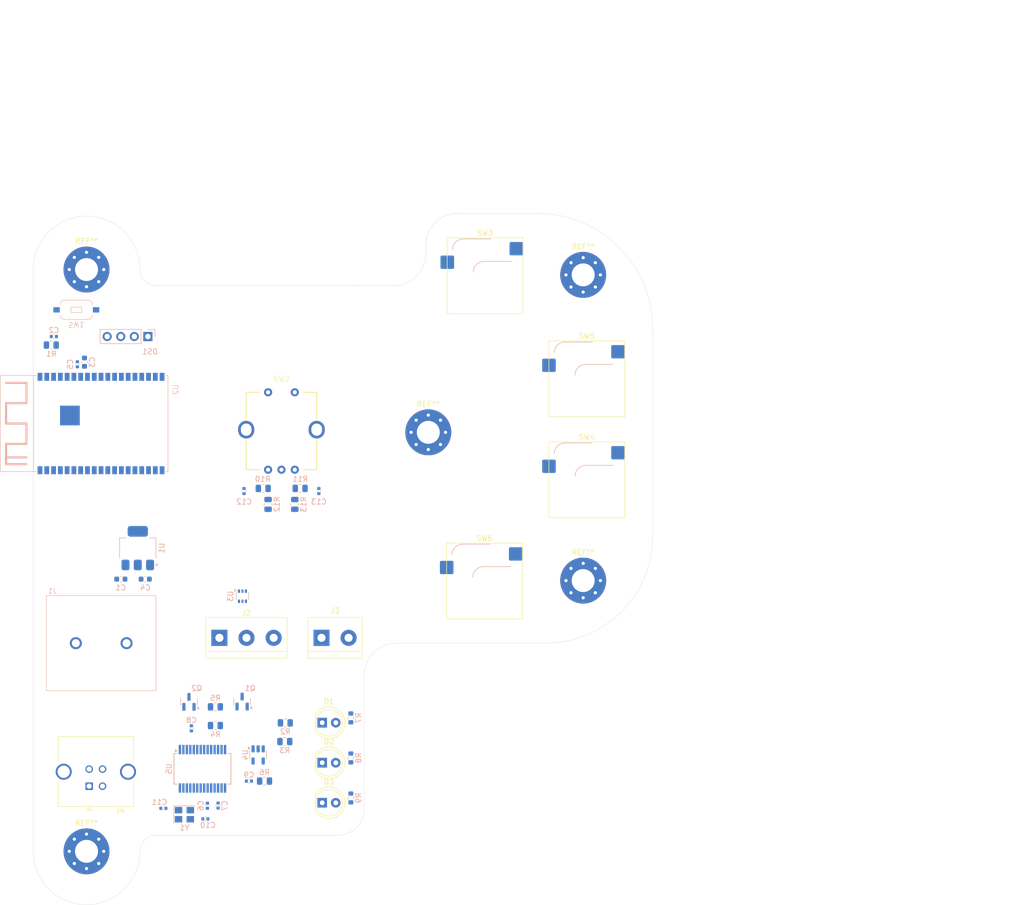
<source format=kicad_pcb>
(kicad_pcb
	(version 20240108)
	(generator "pcbnew")
	(generator_version "8.0")
	(general
		(thickness 1.6)
		(legacy_teardrops no)
	)
	(paper "A4")
	(title_block
		(title "Main PCB")
		(company "https://git.creatures.gay/digimint/candytuft")
		(comment 3 "Licensed under the CERN OHL-S v2")
		(comment 4 "Copyright 2024 digimint")
	)
	(layers
		(0 "F.Cu" signal)
		(31 "B.Cu" signal)
		(32 "B.Adhes" user "B.Adhesive")
		(33 "F.Adhes" user "F.Adhesive")
		(34 "B.Paste" user)
		(35 "F.Paste" user)
		(36 "B.SilkS" user "B.Silkscreen")
		(37 "F.SilkS" user "F.Silkscreen")
		(38 "B.Mask" user)
		(39 "F.Mask" user)
		(40 "Dwgs.User" user "User.Drawings")
		(41 "Cmts.User" user "User.Comments")
		(42 "Eco1.User" user "User.Eco1")
		(43 "Eco2.User" user "User.Eco2")
		(44 "Edge.Cuts" user)
		(45 "Margin" user)
		(46 "B.CrtYd" user "B.Courtyard")
		(47 "F.CrtYd" user "F.Courtyard")
		(48 "B.Fab" user)
		(49 "F.Fab" user)
		(50 "User.1" user)
		(51 "User.2" user)
		(52 "User.3" user)
		(53 "User.4" user)
		(54 "User.5" user)
		(55 "User.6" user)
		(56 "User.7" user)
		(57 "User.8" user)
		(58 "User.9" user)
	)
	(setup
		(pad_to_mask_clearance 0)
		(allow_soldermask_bridges_in_footprints no)
		(pcbplotparams
			(layerselection 0x00010fc_ffffffff)
			(plot_on_all_layers_selection 0x0000000_00000000)
			(disableapertmacros no)
			(usegerberextensions no)
			(usegerberattributes yes)
			(usegerberadvancedattributes yes)
			(creategerberjobfile yes)
			(dashed_line_dash_ratio 12.000000)
			(dashed_line_gap_ratio 3.000000)
			(svgprecision 4)
			(plotframeref no)
			(viasonmask no)
			(mode 1)
			(useauxorigin no)
			(hpglpennumber 1)
			(hpglpenspeed 20)
			(hpglpendiameter 15.000000)
			(pdf_front_fp_property_popups yes)
			(pdf_back_fp_property_popups yes)
			(dxfpolygonmode yes)
			(dxfimperialunits yes)
			(dxfusepcbnewfont yes)
			(psnegative no)
			(psa4output no)
			(plotreference yes)
			(plotvalue yes)
			(plotfptext yes)
			(plotinvisibletext no)
			(sketchpadsonfab no)
			(subtractmaskfromsilk no)
			(outputformat 1)
			(mirror no)
			(drillshape 1)
			(scaleselection 1)
			(outputdirectory "")
		)
	)
	(net 0 "")
	(net 1 "+5V")
	(net 2 "GND")
	(net 3 "/~{RST}")
	(net 4 "+3.3V")
	(net 5 "Net-(U5-~{RESET})")
	(net 6 "Net-(U5-XI)")
	(net 7 "Net-(U5-XO)")
	(net 8 "/WHEEL_{A}")
	(net 9 "/WHEEL_{B}")
	(net 10 "/USB-UART/TX_LED")
	(net 11 "Net-(D1-A)")
	(net 12 "/USB-UART/RX_LED")
	(net 13 "Net-(D2-A)")
	(net 14 "/USB-UART/USB_CFG_LED")
	(net 15 "Net-(D3-A)")
	(net 16 "/LCD_{SCL}")
	(net 17 "/LCD_{SDA}")
	(net 18 "/LED_{DATA,5v}")
	(net 19 "/USB-UART/D-_{USB}")
	(net 20 "/USB-UART/D+_{USB}")
	(net 21 "/USB-UART/VCC_{USB}")
	(net 22 "/USB-UART/~{UART_{RTS}}")
	(net 23 "Net-(Q1-B)")
	(net 24 "Net-(Q2-B)")
	(net 25 "/USB-UART/~{UART_{DTR}}")
	(net 26 "/~{BOOT}")
	(net 27 "/USB-UART/CFG_SCL")
	(net 28 "/USB-UART/CFG_SDA")
	(net 29 "Net-(R10-Pad2)")
	(net 30 "Net-(R11-Pad2)")
	(net 31 "/FORWARD")
	(net 32 "/BACKSPACE")
	(net 33 "/CANCEL")
	(net 34 "/DONE")
	(net 35 "/OPTION")
	(net 36 "unconnected-(U2-IO15-Pad23)")
	(net 37 "unconnected-(U2-NC-Pad28)")
	(net 38 "unconnected-(U2-NC-Pad21)")
	(net 39 "unconnected-(U2-NC-Pad32)")
	(net 40 "unconnected-(U2-NC-Pad19)")
	(net 41 "unconnected-(U2-NC-Pad20)")
	(net 42 "unconnected-(U2-NC-Pad17)")
	(net 43 "unconnected-(U2-IO2-Pad24)")
	(net 44 "unconnected-(U2-NC-Pad27)")
	(net 45 "unconnected-(U2-SENSOR_VP-Pad4)")
	(net 46 "unconnected-(U2-IO5-Pad29)")
	(net 47 "/UART_{RX}")
	(net 48 "unconnected-(U2-IO34-Pad6)")
	(net 49 "/UART_{TX}")
	(net 50 "unconnected-(U2-SENSOR_VN-Pad5)")
	(net 51 "unconnected-(U2-IO35-Pad7)")
	(net 52 "/LED_{DATA,3v3}")
	(net 53 "unconnected-(U2-IO27-Pad12)")
	(net 54 "unconnected-(U2-NC-Pad18)")
	(net 55 "unconnected-(U2-NC-Pad22)")
	(net 56 "unconnected-(U2-IO12-Pad14)")
	(net 57 "unconnected-(U2-IO32-Pad8)")
	(net 58 "unconnected-(U2-IO33-Pad9)")
	(net 59 "unconnected-(U5-NC-Pad7)")
	(net 60 "unconnected-(U5-NC-Pad21)")
	(net 61 "unconnected-(U5-TXEN{slash}GBP7-Pad8)")
	(net 62 "unconnected-(U5-NC-Pad26)")
	(footprint "MountingHole:MountingHole_4.3mm_M4_Pad_Via" (layer "F.Cu") (at 109 171.95))
	(footprint "TerminalBlock:TerminalBlock_bornier-2_P5.08mm" (layer "F.Cu") (at 153 131.95))
	(footprint "MountingHole:MountingHole_4.3mm_M4_Pad_Via" (layer "F.Cu") (at 109 62.95))
	(footprint "PCM_Switch_Keyboard_Hotswap_Kailh:SW_Hotswap_Kailh_MX_1.00u" (layer "F.Cu") (at 202.68 102.35))
	(footprint "MountingHole:MountingHole_4.3mm_M4_Pad_Via" (layer "F.Cu") (at 173 93.45))
	(footprint "Connector_USB:USB_B_TE_5787834_Vertical" (layer "F.Cu") (at 109.5 159.75 180))
	(footprint "TerminalBlock:TerminalBlock_bornier-3_P5.08mm" (layer "F.Cu") (at 133.88 131.95))
	(footprint "PCM_Switch_Keyboard_Hotswap_Kailh:SW_Hotswap_Kailh_MX_1.00u" (layer "F.Cu") (at 202.68 83.43))
	(footprint "PCM_Switch_Keyboard_Hotswap_Kailh:SW_Hotswap_Kailh_MX_1.00u" (layer "F.Cu") (at 183.64 64.12))
	(footprint "LED_THT:LED_D5.0mm_Clear" (layer "F.Cu") (at 153.135 155.35))
	(footprint "PCM_Switch_Keyboard_Hotswap_Kailh:SW_Hotswap_Kailh_MX_1.00u" (layer "F.Cu") (at 183.53 121.31))
	(footprint "MountingHole:MountingHole_4.3mm_M4_Pad_Via" (layer "F.Cu") (at 202 121.225))
	(footprint "LED_THT:LED_D5.0mm_Clear" (layer "F.Cu") (at 153.135 162.85))
	(footprint "candytuft:PEC12R-4xxxF-Sxxxx" (layer "F.Cu") (at 145.5 92.95))
	(footprint "MountingHole:MountingHole_4.3mm_M4_Pad_Via" (layer "F.Cu") (at 202 63.95))
	(footprint "LED_THT:LED_D5.0mm_Clear" (layer "F.Cu") (at 153.135 147.85))
	(footprint "Crystal:Crystal_SMD_3225-4Pin_3.2x2.5mm" (layer "B.Cu") (at 127.335 165.0875))
	(footprint "Resistor_SMD:R_0805_2012Metric" (layer "B.Cu") (at 142.0875 103.95))
	(footprint "Package_SO:SSOP-28_5.3x10.2mm_P0.65mm" (layer "B.Cu") (at 130.71 156.4875 -90))
	(footprint "Resistor_SMD:R_0603_1608Metric" (layer "B.Cu") (at 158.5 146.95 90))
	(footprint "Capacitor_SMD:C_0402_1005Metric" (layer "B.Cu") (at 102.89 75.5 180))
	(footprint "Package_TO_SOT_SMD:SOT-23" (layer "B.Cu") (at 128.185 143.95 90))
	(footprint "candytuft:TS-1101-C-W Button" (layer "B.Cu") (at 107.09 70.5))
	(footprint "Package_TO_SOT_SMD:SOT-23" (layer "B.Cu") (at 138.135 143.8875 90))
	(footprint "Resistor_SMD:R_0603_1608Metric" (layer "B.Cu") (at 158.5 154.45 90))
	(footprint "Capacitor_SMD:C_0402_1005Metric" (layer "B.Cu") (at 131.635 163.4075 -90))
	(footprint "Resistor_SMD:R_0805_2012Metric" (layer "B.Cu") (at 148 106.95 90))
	(footprint "Capacitor_SMD:C_0603_1608Metric" (layer "B.Cu") (at 115.425 120.95))
	(footprint "Package_TO_SOT_SMD:SOT-23-5" (layer "B.Cu") (at 141.135 153.8875 -90))
	(footprint "candytuft:HB9500-2p" (layer "B.Cu") (at 111.75 132.95 180))
	(footprint "Capacitor_SMD:C_0402_1005Metric" (layer "B.Cu") (at 131.255 165.8875))
	(footprint "Capacitor_SMD:C_0603_1608Metric" (layer "B.Cu") (at 120 120.95))
	(footprint "candytuft:ESP32-WROVER"
		(layer "B.Cu")
		(uuid "5ee0c484-4562-4dea-88ab-6fe07fc5553f")
		(at 123.15 91.8 -90)
		(property "Reference" "U2"
			(at -6.35 -2.54 90)
			(unlocked yes)
			(layer "B.SilkS")
			(uuid "692657a2-7dd2-49eb-b1b8-e25711c79a71")
			(effects
				(font
					(size 1 1)
					(thickness 0.1)
				)
				(justify mirror)
			)
		)
		(property "Value" "Espressif ESP32 microcontroller with additional SPI PSRAM"
			(at -2.54 -3.81 90)
			(unlocked yes)
			(layer "B.Fab")
			(uuid "d8db90f6-b65a-4ae4-b4fd-60bb4dd7231c")
			(effects
				(font
					(size 1 1)
					(thickness 0.15)
				)
				(justify mirror)
			)
		)
		(property "Footprint" "candytuft:ESP32-WROVER"
			(at -1.41 -4.31 90)
			(unlocked yes)
			(layer "B.Fab")
			(hide yes)
			(uuid "1a5faa6e-f8de-4bbb-a7f4-244a192d4843")
			(effects
				(font
					(size 1 1)
					(thickness 0.15)
				)
				(justify mirror)
			)
		)
		(property "Datasheet" ""
			(at -1.41 -4.31 90)
			(unlocked yes)
			(layer "B.Fab")
			(hide yes)
			(uuid "97efc0fc-5e60-4b2f-80f3-ccb2f8fff36a")
			(effects
				(font
					(size 1 1)
					(thickness 0.15)
				)
				(justify mirror)
			)
		)
		(property "Description" "Espressif ESP32 microcontroller with additional SPI PSRAM"
			(at -1.41 -4.31 90)
			(unlocked yes)
			(layer "B.Fab")
			(hide yes)
			(uuid "c1c3f7a7-0c94-4db5-9996-97be30b787e9")
			(effects
				(font
					(size 1 1)
					(thickness 0.15)
				)
				(justify mirror)
			)
		)
		(path "/09e2cdb9-51f5-4cc4-b2c4-bb47afc21802")
		(sheetname "Root")
		(sheetfile "candytuft.kicad_sch")
		(attr smd)
		(fp_line
			(start -7.62 29.21)
			(end -7.62 25.4)
			(stroke
				(width 0.4)
				(type default)
			)
			(layer "B.SilkS")
			(uuid "53897e23-e2cd-4512-ad6c-852fecfa3d59")
		)
		(fp_line
			(start -3.81 29.21)
			(end 0 29.21)
			(stroke
				(width 0.4)
				(type default)
			)
			(layer "B.SilkS")
			(uuid "a11b2903-d7a0-457c-b8d4-635e3a91a39d")
		)
		(fp_line
			(start 0 29.21)
			(end 0 25.4)
			(stroke
				(width 0.4)
				(type default)
			)
			(layer "B.SilkS")
			(uuid "47367e67-6bc2-4adb-a926-bac38317ec58")
		)
		(fp_line
			(start 6.35 29.21)
			(end 6.35 25.4)
			(stroke
				(width 0.4)
				(type default)
			)
			(layer "B.SilkS")
			(uuid "38934438-3f5c-48dd-8cbb-893f6a0937bb")
		)
		(fp_line
			(start 7.62 29.21)
			(end 3.81 29.21)
			(stroke
				(width 0.4)
				(type default)
			)
			(layer "B.SilkS")
			(uuid "fdb33cf2-38a4-4c7a-b5d4-0f2e2e82d45d")
		)
		(fp_line
			(start -7.62 25.4)
			(end -3.81 25.4)
			(stroke
				(width 0.4)
				(type default)
			)
			(layer "B.SilkS")
			(uuid "6de87900-a495-46c7-8077-a2ae2386772d")
		)
		(fp_line
			(start -3.81 25.4)
			(end -3.81 29.21)
			(stroke
				(width 0.4)
				(type default)
			)
			(layer "B.SilkS")
			(uuid "da17f869-eb03-4a23-92e2-47bc6f952d2a")
		)
		(fp_line
			(start 0 25.4)
			(end 3.81 25.4)
			(stroke
				(width 0.4)
				(type default)
			)
			(layer "B.SilkS")
			(uuid "5092251d-9d8a-46c6-8d75-6b819063791b")
		)
		(fp_line
			(start 3.81 25.4)
			(end 3.81 29.21)
			(stroke
				(width 0.4)
				(type default)
			)
			(layer "B.SilkS")
			(uuid "6755a522-abae-40e2-a06a-31375571d18b")
		)
		(fp_line
			(start 7.62 25.4)
			(end 7.62 29.21)
			(stroke
				(width 0.4)
				(type default)
			)
			(layer "B.SilkS")
			(uuid "b222734a-ba41-4d1f-821a-07f2262ad699")
		)
		(fp_line
			(start 9 24.08)
			(end 9 23.5)
			(stroke
				(width 0.1)
				(type default)
			)
			(layer "B.SilkS")
			(uuid "37e236fa-df82-4ab5-87a5-460424659476")
		)
		(fp_line
			(start -9 23.5)
			(end -9 24.08)
			(stroke
				(width 0.1)
				(type default)
			)
			(layer "B.SilkS")
			(uuid "02e83ae8-190d-4d44-a3ab-55d132ea1874")
		)
		(fp_line
			(start -9 -1.1)
			(end -9 -0.7)
			(stroke
				(width 0.1)
				(type default)
			)
			(layer "B.SilkS")
			(uuid "42e8f642-68f8-4796-9bbc-4ff2ce906863")
		)
		(fp_line
			(start 9 -1.1)
			(end 9 -0.7)
			(stroke
				(width 0.1)
				(type default)
			)
			(layer "B.SilkS")
			(uuid "5deef2f8-7c6e-4fca-97d2-e47008cb9eac")
		)
		(fp_line
			(start 9 -1.1)
			(end -9 -1.1)
			(stroke
				(width 0.1)
				(type default)
			)
			(layer "B.SilkS")
			(uuid "e2defd3b-adc6-4934-9bf4-53ce014079de")
		)
		(fp_rect
			(start 9 24.08)
			(end -9 30.3)
			(stroke
				(width 0.1)
				(type default)
			)
			(fill none)
			(layer "B.SilkS")
			(uuid "5a9aa867-307b-4ae7-92a2-bc63b346f4c4")
		)
		(pad "1" smd rect
			(at -8.75 22.86 270)
			(size 1.5 0.9)
			(layers "B.Cu" "B.Paste" "B.Mask")
			(net 2 "GND")
			(pinfunction "GND")
			(pintype "power_in")
			(thermal_bridge_angle 45)
			(uuid "29b4c972-0c1b-4563-ae0f-9f2218489602")
		)
		(pad "2" smd rect
			(at -8.75 21.59 270)
			(size 1.5 0.9)
			(layers "B.Cu" "B.Paste" "B.Mask")
			(net 4 "+3.3V")
			(pinfunction "3V3")
			(pintype "power_in")
			(thermal_bridge_angle 45)
			(uuid "9a6bf835-4881-429c-9aad-e86784745e11")
		)
		(pad "3" smd rect
			(at -8.75 20.32 270)
			(size 1.5 0.9)
			(layers "B.Cu" "B.Paste" "B.Mask")
			(net 3 "/~{RST}")
			(pinfunction "EN")
			(pintype "input")
			(thermal_bridge_angle 45)
			(uuid "f21783be-f007-4bef-9591-354b7b8b0dff")
		)
		(pad "4" smd rect
			(at -8.75 19.05 270)
			(size 1.5 0.9)
			(layers "B.Cu" "B.Paste" "B.Mask")
			(net 45 "unconnected-(U2-SENSOR_VP-Pad4)")
			(pinfunction "SENSOR_VP")
			(pintype "input+no_connect")
			(thermal_bridge_angle 45)
			(uuid "8099d0d2-536c-42c1-89fe-3a31f06270e0")
		)
		(pad "5" smd rect
			(at -8.75 17.78 270)
			(size 1.5 0.9)
			(layers "B.Cu" "B.Paste" "B.Mask")
			(net 50 "unconnected-(U2-SENSOR_VN-Pad5)")
			(pinfunction "SENSOR_VN")
			(pintype "input+no_connect")
			(thermal_bridge_angle 45)
			(uuid "ba987d64-246c-44db-b22b-156a9317f2a8")
		)
		(pad "6" smd rect
			(at -8.75 16.51 270)
			(size 1.5 0.9)
			(layers "B.Cu" "B.Paste" "B.Mask")
			(net 48 "unconnected-(U2-IO34-Pad6)")
			(pinfunction "IO34")
			(pintype "input+no_connect")
			(thermal_bridge_angle 45)
			(uuid "b8e691dd-e69a-4307-adc1-6e5e85125b3b")
		)
		(pad "7" smd rect
			(at -8.75 15.24 270)
			(size 1.5 0.9)
			(layers "B.Cu" "B.Paste" "B.Mask")
			(net 51 "unconnected-(U2-IO35-Pad7)")
			(pinfunction "IO35")
			(pintype "input+no_connect")
			(thermal_bridge_angle 45)
			(uuid "c297fe9f-dbbf-48c5-b411-14eee1bf6636")
		)
		(pad "8" smd rect
			(at -8.75 13.97 270)
			(size 1.5 0.9)
			(layers "B.Cu" "B.Paste" "B.Mask")
			(net 57 "unconnected-(U2-IO32-Pad8)")
			(pinfunction "IO32")
			(pintype "bidirectional+no_connect")
			(thermal_bridge_angle 45)
			(uuid "e78b9929-d8bf-483d-a089-9c3b2d406fa0")
		)
		(pad "9" smd rect
			(at -8.75 12.7 270)
			(size 1.5 0.9)
			(layers "B.Cu" "B.Paste" "B.Mask")
			(net 58 "unconnected-(U2-IO33-Pad9)")
			(pinfunction "IO33")
			(pintype "bidirectional+no_connect")
			(thermal_bridge_angle 45)
			(uuid "f0a91d15-ef88-4c51-b0a1-40224c8174a1")
		)
		(pad "10" smd rect
			(at -8.75 11.43 270)
			(size 1.5 0.9)
			(layers "B.Cu" "B.Paste" "B.Mask")
			(net 16 "/LCD_{SCL}")
			(pinfunction "IO25")
			(pintype "bidirectional")
			(thermal_bridge_angle 45)
			(uuid "22dfdf42-c027-454e-a4a9-cd1dc7c56838")
		)
		(pad "11" smd rect
			(at -8.75 10.16 270)
			(size 1.5 0.9)
			(layers "B.Cu" "B.Paste" "B.Mask")
			(net 17 "/LCD_{SDA}")
			(pinfunction "IO26")
			(pintype "bidirectional")
			(thermal_bridge_angle 45)
			(uuid "967d9ca0-b92b-43f2-b41a-9fb4d0212fef")
		)
		(pad "12" smd rect
			(at -8.75 8.89 270)
			(size 1.5 0.9)
			(layers "B.Cu" "B.Paste" "B.Mask")
			(net 53 "unconnected-(U2-IO27-Pad12)")
			(pinfunction "IO27")
			(pintype "bidirectional+no_connect")
			(thermal_bridge_angle 45)
			(uuid "c8ce974e-c829-4260-9529-33f6a6fa4963")
		)
		(pad "13" smd rect
			(at -8.75 7.62 270)
			(size 1.5 0.9)
			(layers "B.Cu" "B.Paste" "B.Mask")
			(net 34 "/DONE")
			(pinfunction "IO14")
			(pintype "bidirectional")
			(thermal_bridge_angle 45)
			(uuid "c7b3d6ad-1960-41e9-840c-d3c11ecbf494")
		)
		(pad "14" smd rect
			(at -8.75 6.35 270)
			(size 1.5 0.9)
			(layers "B.Cu" "B.Paste" "B.Mask")
			(net 56 "unconnected-(U2-IO12-Pad14)")
			(pinfunction "IO12")
			(pintype "bidirectional+no_connect")
			(thermal_bridge_angle 45)
			(uuid "d4ec2e6f-345b-4d6d-b607-699427615bcd")
		)
		(pad "15" smd rect
			(at -8.75 5.08 270)
			(size 1.5 0.9)
			(layers "B.Cu" "B.Paste" "B.Mask")
			(net 2 "GND")
			(pinfunction "GND")
			(pintype "power_in")
			(thermal_bridge_angle 45)
			(uuid "3e1a5786-16c8-4096-8970-ff37c3195b45")
		)
		(pad "16" smd rect
			(at -8.75 3.81 270)
			(size 1.5 0.9)
			(layers "B.Cu" "B.Paste" "B.Mask")
			(net 32 "/BACKSPACE")
			(pinfunction "IO13")
			(pintype "bidirectional")
			(thermal_bridge_angle 45)
			(uuid "82d58c26-9e49-4516-9cbe-c20b0fb10575")
		)
		(pad "17" smd rect
			(at -8.75 2.54 270)
			(size 1.5 0.9)
			(layers "B.Cu" "B.Paste" "B.Mask")
			(net 42 "unconnected-(U2-NC-Pad17)")
			(pinfunction "NC")
			(pintype "no_connect")
			(thermal_bridge_angle 45)
			(uuid "5dbef4ba-7d58-46bc-8a3b-d24c56f8a4aa")
		)
		(pad "18" smd rect
			(at -8.75 1.27 270)
			(size 1.5 0.9)
			(layers "B.Cu" "B.Paste" "B.Mask")
			(net 54 "unconnected-(U2-NC-Pad18)")
			(pinfunction "NC")
			(pintype "no_connect")
			(thermal_bridge_angle 45)
			(uuid "ccc6cb73-c2c7-4149-bd7d-b4edc327e06d")
		)
		(pad "19" smd rect
			(at -8.75 0 270)
			(size 1.5 0.9)
			(layers "B.Cu" "B.Paste" "B.Mask")
			(net 40 "unconnected-(U2-NC-Pad19)")
			(pinfunction "NC")
			(pintype "no_connect")
			(thermal_bridge_angle 45)
			(uuid "49ab65ed-1ac5-4af2-99a5-032d33be3c73")
		)
		(pad "20" smd rect
			(at 8.75 0 270)
			(size 1.5 0.9)
			(layers "B.Cu" "B.Paste" "B.Mask")
			(net 41 "unconnected-(U2-NC-Pad20)")
			(pinfunction "NC")
			(pintype "no_connect")
			(thermal_bridge_angle 45)
			(uuid "4f924d02-007c-41ef-b6ab-d5edee7bc169")
		)
		(pad "21" smd rect
			(at 8.75 1.27 270)
			(size 1.5 0.9)
			(layers "B.Cu" "B.Paste" "B.Mask")
			(net 38 "unconnected-(U2-NC-P
... [105526 chars truncated]
</source>
